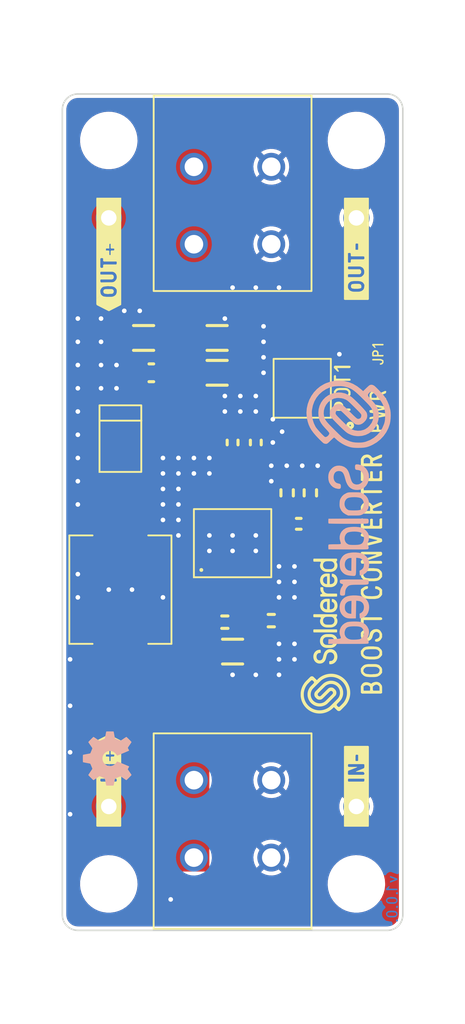
<source format=kicad_pcb>
(kicad_pcb (version 20210623) (generator pcbnew)
  (layers (0 "F.Cu" mixed) (31 "B.Cu" signal) (34 "B.Paste" user) (35 "F.Paste" user) (36 "B.SilkS" user "B.Silkscreen") (37 "F.SilkS" user "F.Silkscreen") (38 "B.Mask" user) (39 "F.Mask" user) (44 "Edge.Cuts" user))
  (net 0 "")
  (net 1 "VIN")
  (net 2 "GND")
  (net 3 "Net-(C3-Pad2)")
  (net 4 "Net-(C4-Pad2)")
  (net 5 "Net-(C5-Pad2)")
  (net 6 "VCC")
  (net 7 "Net-(D1-Pad1)")
  (net 8 "Net-(R1-Pad1)")
  (net 10 "Net-(R3-Pad2)")
  (net 12 "Net-(D2-Pad1)")
  (net 13 "Net-(JP1-Pad2)")
  (footprint "buzzardLabel" (layer "F.Cu") (at 108.1 96 90)
    (fp_text reference "" (at 0 0 90) (layer "F.SilkS") (effects (font (size 1.27 1.27))))
    (fp_text value "" (at 0 0 90) (layer "F.SilkS") (effects (font (size 1.27 1.27))))
  )
  (footprint "e-radionica.com footprinti:0805C" (layer "F.Cu") (at 95.75 95)
    (fp_text reference "C6")
    (fp_text value "CL21B105KBFNFNE")
    (pad "1" smd rect locked (at -0.975 0 90) (size 1.35 0.9) (layers "F.Cu" "F.Paste" "F.Mask") (net 2 "GND"))
    (pad "2" smd rect locked (at 0.975 0 90) (size 1.35 0.9) (layers "F.Cu" "F.Paste" "F.Mask") (net 6 "VCC"))
  )
  (footprint "e-radionica.com footprinti:0603R" (layer "F.Cu") (at 105.275 104.75)
    (fp_text reference "R2")
    (fp_text value "2K4")
    (pad "1" smd rect locked (at -0.775 0 90) (size 1 0.64) (layers "F.Cu" "F.Paste" "F.Mask") (net 4 "Net-(C4-Pad2)"))
    (pad "2" smd rect locked (at 0.775 0 90) (size 1 0.64) (layers "F.Cu" "F.Paste" "F.Mask") (net 5 "Net-(C5-Pad2)"))
  )
  (footprint "e-radionica.com footprinti:HOLE_3.2mm" (layer "F.Cu") (at 93 128)
    (fp_text reference "H1" hide)
    (fp_text value "HOLE_3.2mm" hide)
    (pad "" np_thru_hole circle locked (at 0 0) (size 3.2 3.2) (drill 3.2) (layers F&B.Cu *.Mask))
  )
  (footprint "e-radionica.com footprinti:1206C" (layer "F.Cu") (at 100 92.75 180)
    (fp_text reference "C9")
    (fp_text value "GRT31CR61H106KE01L")
    (pad "1" smd rect locked (at -1.525 0 270) (size 1.75 1) (layers "F.Cu" "F.Paste" "F.Mask") (net 2 "GND"))
    (pad "2" smd rect locked (at 1.525 0 270) (size 1.75 1) (layers "F.Cu" "F.Paste" "F.Mask") (net 6 "VCC"))
  )
  (footprint "e-radionica.com footprinti:HEADER_MALE_1X1" (layer "F.Cu") (at 109 123)
    (fp_text reference "K4")
    (fp_text value "HEADER_MALE_1X1")
    (pad "1" thru_hole circle locked (at 0 0) (size 1.7 1.7) (drill 1) (layers *.Cu *.Mask) (net 2 "GND"))
  )
  (footprint "e-radionica.com footprinti:FIDUCIAL_1MM_PASTE" (layer "F.Cu") (at 100.75 128.75)
    (fp_text reference "FD1")
    (fp_text value "Fiducial_Stencil")
    (pad "1" smd circle locked (at 0 0) (size 1 1) (property pad_prop_fiducial_glob) (layers "F.Cu" "F.Paste" "F.Mask"))
  )
  (footprint "e-radionica.com footprinti:TPS55340" (layer "F.Cu") (at 101 106 90)
    (fp_text reference "U1")
    (fp_text value "TPS55340PWP")
    (pad "1" smd rect (at -2.8 -1.95 180) (size 0.25 1.55) (layers "F.Cu" "F.Paste" "F.Mask") (net 7 "Net-(D1-Pad1)"))
    (pad "2" smd rect (at -2.8 -1.3 180) (size 0.25 1.55) (layers "F.Cu" "F.Paste" "F.Mask") (net 7 "Net-(D1-Pad1)"))
    (pad "3" smd rect (at -2.8 -0.65 180) (size 0.25 1.55) (layers "F.Cu" "F.Paste" "F.Mask") (net 1 "VIN"))
    (pad "4" smd rect (at -2.8 0 180) (size 0.25 1.55) (layers "F.Cu" "F.Paste" "F.Mask") (net 1 "VIN"))
    (pad "5" smd rect (at -2.8 0.65 180) (size 0.25 1.55) (layers "F.Cu" "F.Paste" "F.Mask") (net 3 "Net-(C3-Pad2)"))
    (pad "6" smd rect (at -2.8 1.3 180) (size 0.25 1.55) (layers "F.Cu" "F.Paste" "F.Mask") (net 2 "GND"))
    (pad "7" smd rect (at -2.8 1.95 180) (size 0.25 1.55) (layers "F.Cu" "F.Paste" "F.Mask") (net 2 "GND"))
    (pad "8" smd rect (at 2.8 1.95) (size 0.25 1.55) (layers "F.Cu" "F.Paste" "F.Mask") (net 4 "Net-(C4-Pad2)"))
    (pad "9" smd rect (at 2.8 1.3) (size 0.25 1.55) (layers "F.Cu" "F.Paste" "F.Mask") (net 10 "Net-(R3-Pad2)"))
    (pad "10" smd rect (at 2.8 0.65) (size 0.25 1.55) (layers "F.Cu" "F.Paste" "F.Mask") (net 8 "Net-(R1-Pad1)"))
    (pad "11" smd rect (at 2.8 0) (size 0.25 1.55) (layers "F.Cu" "F.Paste" "F.Mask"))
    (pad "12" smd rect (at 2.8 -0.65) (size 0.25 1.55) (layers "F.Cu" "F.Paste" "F.Mask") (net 2 "GND"))
    (pad "13" smd rect (at 2.8 -1.3) (size 0.25 1.55) (layers "F.Cu" "F.Paste" "F.Mask") (net 2 "GND"))
    (pad "14" smd rect (at 2.8 -1.95) (size 0.25 1.55) (layers "F.Cu" "F.Paste" "F.Mask") (net 2 "GND"))
    (pad "15" smd rect (at 0 0 90) (size 2.6 5) (layers "F.Cu") (net 2 "GND"))
  )
  (footprint "buzzardLabel" (layer "F.Cu") (at 110.4 97.5 90)
    (fp_text reference "" (at 0 0 90) (layer "F.SilkS") (effects (font (size 1.27 1.27))))
    (fp_text value "" (at 0 0 90) (layer "F.SilkS") (effects (font (size 1.27 1.27))))
  )
  (footprint "e-radionica.com footprinti:HOLE_3.2mm" (layer "F.Cu") (at 93 80)
    (fp_text reference "H3" hide)
    (fp_text value "HOLE_3.2mm" hide)
    (pad "" np_thru_hole circle locked (at 0 0) (size 3.2 3.2) (drill 3.2) (layers F&B.Cu *.Mask))
  )
  (footprint "e-radionica.com footprinti:Inductor_SMD_7x6.6" (layer "F.Cu") (at 93.75 109 90)
    (fp_text reference "L1")
    (fp_text value "PSPMAA0603-6R8M-ANF")
    (pad "1" smd rect locked (at -3.05 0 180) (size 3.5 2.35) (layers "F.Cu" "F.Paste" "F.Mask") (net 1 "VIN"))
    (pad "2" smd rect locked (at 3.05 0) (size 3.5 2.35) (layers "F.Cu" "F.Paste" "F.Mask") (net 7 "Net-(D1-Pad1)"))
  )
  (footprint "e-radionica.com footprinti:TERMINAL_KF235-5.0-2P" (layer "F.Cu") (at 101 84.2 180)
    (fp_text reference "K2")
    (fp_text value "TERMINAL_KF235-5.0-2P")
    (pad "1" thru_hole circle locked (at 2.5 2.5 180) (size 1.8 1.8) (drill 1.2) (layers *.Cu *.Mask) (net 6 "VCC"))
    (pad "1" thru_hole circle locked (at 2.5 -2.5 180) (size 1.8 1.8) (drill 1.2) (layers *.Cu *.Mask) (net 6 "VCC"))
    (pad "2" thru_hole circle locked (at -2.5 2.5 180) (size 1.8 1.8) (drill 1.2) (layers *.Cu *.Mask) (net 2 "GND"))
    (pad "2" thru_hole circle locked (at -2.5 -2.5 180) (size 1.8 1.8) (drill 1.2) (layers *.Cu *.Mask) (net 2 "GND"))
  )
  (footprint "Soldered Graphics:Logo-Back-OSH-3.5mm" (layer "F.Cu") (at 92.9 119.9 90)
    (fp_text reference "G***" hide)
    (fp_text value "LOGO" hide)
  )
  (footprint "e-radionica.com footprinti:M4_DIODA" (layer "F.Cu") (at 93.75 99.25 90)
    (fp_text reference "D1")
    (fp_text value "B540C-13-F")
    (pad "1" smd rect locked (at -1.69 0 90) (size 1.27 1.47) (layers "F.Cu" "F.Paste" "F.Mask") (net 7 "Net-(D1-Pad1)"))
    (pad "2" smd rect locked (at 1.69 0 90) (size 1.27 1.47) (layers "F.Cu" "F.Paste" "F.Mask") (net 6 "VCC"))
  )
  (footprint "e-radionica.com footprinti:0603R" (layer "F.Cu") (at 102.5 99.5 -90)
    (fp_text reference "R4")
    (fp_text value "10k")
    (pad "1" smd rect locked (at -0.775 0) (size 1 0.64) (layers "F.Cu" "F.Paste" "F.Mask") (net 2 "GND"))
    (pad "2" smd rect locked (at 0.775 0) (size 1 0.64) (layers "F.Cu" "F.Paste" "F.Mask") (net 10 "Net-(R3-Pad2)"))
  )
  (footprint "e-radionica.com footprinti:HEADER_MALE_1X1" (layer "F.Cu") (at 93 85)
    (fp_text reference "K5")
    (fp_text value "HEADER_MALE_1X1")
    (pad "1" thru_hole circle locked (at 0 0) (size 1.7 1.7) (drill 1) (layers *.Cu *.Mask) (net 6 "VCC"))
  )
  (footprint "e-radionica.com footprinti:1206C" (layer "F.Cu") (at 95.25 92.75)
    (fp_text reference "C8")
    (fp_text value "GRT31CR61H106KE01L")
    (pad "1" smd rect locked (at -1.525 0 90) (size 1.75 1) (layers "F.Cu" "F.Paste" "F.Mask") (net 2 "GND"))
    (pad "2" smd rect locked (at 1.525 0 90) (size 1.75 1) (layers "F.Cu" "F.Paste" "F.Mask") (net 6 "VCC"))
  )
  (footprint "buzzardLabel" (layer "F.Cu") (at 93 124.7 90)
    (fp_text reference "" (at 0 0 90) (layer "F.SilkS") (effects (font (size 1.27 1.27))))
    (fp_text value "" (at 0 0 90) (layer "F.SilkS") (effects (font (size 1.27 1.27))))
  )
  (footprint "e-radionica.com footprinti:0603C" (layer "F.Cu") (at 106.025 102.75 -90)
    (fp_text reference "C5")
    (fp_text value "100pF")
    (pad "1" smd rect locked (at -0.73 0 270) (size 0.66 1) (layers "F.Cu" "F.Paste" "F.Mask") (net 2 "GND"))
    (pad "2" smd rect locked (at 0.73 0 270) (size 0.66 1) (layers "F.Cu" "F.Paste" "F.Mask") (net 5 "Net-(C5-Pad2)"))
  )
  (footprint "e-radionica.com footprinti:1206C" (layer "F.Cu") (at 101 113 180)
    (fp_text reference "C1")
    (fp_text value "GRT31CR61H106KE01L")
    (pad "1" smd rect locked (at -1.525 0 270) (size 1.75 1) (layers "F.Cu" "F.Paste" "F.Mask") (net 2 "GND"))
    (pad "2" smd rect locked (at 1.525 0 270) (size 1.75 1) (layers "F.Cu" "F.Paste" "F.Mask") (net 1 "VIN"))
  )
  (footprint "buzzardLabel" (layer "F.Cu") (at 110.4 93.8 90)
    (fp_text reference "" (at 0 0 90) (layer "F.SilkS") (effects (font (size 1.27 1.27))))
    (fp_text value "" (at 0 0 90) (layer "F.SilkS") (effects (font (size 1.27 1.27))))
  )
  (footprint "e-radionica.com footprinti:SMD-JUMPER-CONNECTED_TRACE_NOSLODERMASK" (layer "F.Cu") (at 109.2 93.8 -90)
    (fp_text reference "JP1")
    (fp_text value "SMD-JUMPER-CONNECTED_TRACE_NOSLODERMASK")
    (fp_poly (pts (xy 0.1 0.1) (xy -0.1 0.1) (xy -0.1 -0.1) (xy 0.1 -0.1)) (layer "F.Cu") (width 0.1) (fill solid))
    (pad "1" smd rect locked (at -0.35 0 270) (size 0.5 1) (layers "F.Cu") (net 6 "VCC"))
    (pad "2" smd rect locked (at 0.35 0 270) (size 0.5 1) (layers "F.Cu") (net 13 "Net-(JP1-Pad2)"))
  )
  (footprint "buzzardLabel" (layer "F.Cu") (at 110 108 90)
    (fp_text reference "" (at 0 0 90) (layer "F.SilkS") (effects (font (size 1.27 1.27))))
    (fp_text value "" (at 0 0 90) (layer "F.SilkS") (effects (font (size 1.27 1.27))))
  )
  (footprint "e-radionica.com footprinti:TERMINAL_KF235-5.0-2P" (layer "F.Cu") (at 101 123.8)
    (fp_text reference "K1")
    (fp_text value "TERMINAL_KF235-5.0-2P")
    (pad "1" thru_hole circle locked (at 2.5 2.5) (size 1.8 1.8) (drill 1.2) (layers *.Cu *.Mask) (net 2 "GND"))
    (pad "1" thru_hole circle locked (at 2.5 -2.5) (size 1.8 1.8) (drill 1.2) (layers *.Cu *.Mask) (net 2 "GND"))
    (pad "2" thru_hole circle locked (at -2.5 -2.5) (size 1.8 1.8) (drill 1.2) (layers *.Cu *.Mask) (net 1 "VIN"))
    (pad "2" thru_hole circle locked (at -2.5 2.5) (size 1.8 1.8) (drill 1.2) (layers *.Cu *.Mask) (net 1 "VIN"))
  )
  (footprint "e-radionica.com footprinti:tc33x-2-103e" (layer "F.Cu") (at 105.5 96 180)
    (fp_text reference "R3")
    (fp_text value "TC33X-2-204E")
    (pad "1" smd rect locked (at -1 1.8 180) (size 1.2 1.2) (layers "F.Cu" "F.Paste" "F.Mask") (net 6 "VCC"))
    (pad "2" smd rect locked (at 0 -1.45 180) (size 1.6 1.5) (layers "F.Cu" "F.Paste" "F.Mask") (net 10 "Net-(R3-Pad2)"))
    (pad "3" smd rect locked (at 1 1.8 180) (size 1.2 1.2) (layers "F.Cu" "F.Paste" "F.Mask"))
  )
  (footprint "e-radionica.com footprinti:HOLE_3.2mm" (layer "F.Cu") (at 109 128)
    (fp_text reference "H4" hide)
    (fp_text value "HOLE_3.2mm" hide)
    (pad "" np_thru_hole circle locked (at 0 0) (size 3.2 3.2) (drill 3.2) (layers F&B.Cu *.Mask))
  )
  (footprint "buzzardLabel" (layer "F.Cu") (at 109 124.7 90)
    (fp_text reference "" (at 0 0 90) (layer "F.SilkS") (effects (font (size 1.27 1.27))))
    (fp_text value "" (at 0 0 90) (layer "F.SilkS") (effects (font (size 1.27 1.27))))
  )
  (footprint "e-radionica.com footprinti:0603R" (layer "F.Cu") (at 101 99.5 90)
    (fp_text reference "R1")
    (fp_text value "78k7")
    (pad "1" smd rect locked (at -0.775 0 180) (size 1 0.64) (layers "F.Cu" "F.Paste" "F.Mask") (net 8 "Net-(R1-Pad1)"))
    (pad "2" smd rect locked (at 0.775 0 180) (size 1 0.64) (layers "F.Cu" "F.Paste" "F.Mask") (net 2 "GND"))
  )
  (footprint "e-radionica.com footprinti:1206C" (layer "F.Cu") (at 100 95 180)
    (fp_text reference "C7")
    (fp_text value "GRT31CR61H106KE01L")
    (pad "1" smd rect locked (at -1.525 0 270) (size 1.75 1) (layers "F.Cu" "F.Paste" "F.Mask") (net 2 "GND"))
    (pad "2" smd rect locked (at 1.525 0 270) (size 1.75 1) (layers "F.Cu" "F.Paste" "F.Mask") (net 6 "VCC"))
  )
  (footprint "e-radionica.com footprinti:0402LED" (layer "F.Cu") (at 109.2 97.5 -90)
    (fp_text reference "D2")
    (fp_text value "purple")
    (pad "1" smd rect locked (at -0.55 0) (size 0.75 0.45) (layers "F.Cu" "F.Paste" "F.Mask") (net 12 "Net-(D2-Pad1)"))
    (pad "2" smd rect locked (at 0.55 0) (size 0.75 0.45) (layers "F.Cu" "F.Paste" "F.Mask") (net 2 "GND"))
  )
  (footprint "e-radionica.com footprinti:0603C" (layer "F.Cu") (at 104.525 102.75 -90)
    (fp_text reference "C4")
    (fp_text value "100nF")
    (pad "1" smd rect locked (at -0.73 0 270) (size 0.66 1) (layers "F.Cu" "F.Paste" "F.Mask") (net 2 "GND"))
    (pad "2" smd rect locked (at 0.73 0 270) (size 0.66 1) (layers "F.Cu" "F.Paste" "F.Mask") (net 4 "Net-(C4-Pad2)"))
  )
  (footprint "e-radionica.com footprinti:HOLE_3.2mm" (layer "F.Cu") (at 109 80)
    (fp_text reference "H2" hide)
    (fp_text value "HOLE_3.2mm" hide)
    (pad "" np_thru_hole circle locked (at 0 0) (size 3.2 3.2) (drill 3.2) (layers F&B.Cu *.Mask))
  )
  (footprint "e-radionica.com footprinti:HEADER_MALE_1X1" (layer "F.Cu") (at 109 85)
    (fp_text reference "K6")
    (fp_text value "HEADER_MALE_1X1")
    (pad "1" thru_hole circle locked (at 0 0) (size 1.7 1.7) (drill 1) (layers *.Cu *.Mask) (net 2 "GND"))
  )
  (footprint "e-radionica.com footprinti:HEADER_MALE_1X1" (layer "F.Cu") (at 93 123)
    (fp_text reference "K3")
    (fp_text value "HEADER_MALE_1X1")
    (pad "1" thru_hole circle locked (at 0 0) (size 1.7 1.7) (drill 1) (layers *.Cu *.Mask) (net 1 "VIN"))
  )
  (footprint "Soldered Graphics:Logo-Back-SolderedFULL-17mm" (layer "F.Cu") (at 108.5 104 90)
    (fp_text reference "REF**" hide)
    (fp_text value "Logo-Front-SolderedFULL-17mm" hide)
  )
  (footprint "Soldered Graphics:Logo-Front-SolderedFULL-10mm" (layer "F.Cu") (at 107 112 90)
    (fp_text reference "G***" hide)
    (fp_text value "LOGO" hide)
  )
  (footprint "e-radionica.com footprinti:0402R" (layer "F.Cu") (at 109.2 95.5 -90)
    (fp_text reference "R5")
    (fp_text value "1k")
    (pad "1" smd rect locked (at -0.5 0) (size 0.64 0.54) (layers "F.Cu" "F.Paste" "F.Mask") (net 13 "Net-(JP1-Pad2)"))
    (pad "2" smd rect locked (at 0.5 0) (size 0.64 0.54) (layers "F.Cu" "F.Paste" "F.Mask") (net 12 "Net-(D2-Pad1)"))
  )
  (footprint "buzzardLabel" (layer "F.Cu") (at 93 83.3 90)
    (fp_text reference "" (at 0 0 90) (layer "F.SilkS") (effects (font (size 1.27 1.27))))
    (fp_text value "" (at 0 0 90) (layer "F.SilkS") (effects (font (size 1.27 1.27))))
  )
  (footprint "e-radionica.com footprinti:0603C" (layer "F.Cu") (at 103.5 111 180)
    (fp_text reference "C3")
    (fp_text value "47nF")
    (pad "1" smd rect locked (at -0.73 0 180) (size 0.66 1) (layers "F.Cu" "F.Paste" "F.Mask") (net 2 "GND"))
    (pad "2" smd rect locked (at 0.73 0 180) (size 0.66 1) (layers "F.Cu" "F.Paste" "F.Mask") (net 3 "Net-(C3-Pad2)"))
  )
  (footprint "e-radionica.com footprinti:0603C" (layer "F.Cu") (at 100.5 111.1 180)
    (fp_text reference "C2")
    (fp_text value "CGA3E2X7R1H104K080AA")
    (pad "1" smd rect locked (at -0.73 0 180) (size 0.66 1) (layers "F.Cu" "F.Paste" "F.Mask") (net 2 "GND"))
    (pad "2" smd rect locked (at 0.73 0 180) (size 0.66 1) (layers "F.Cu" "F.Paste" "F.Mask") (net 1 "VIN"))
  )
  (footprint "buzzardLabel" (layer "F.Cu") (at 109 83.3 90)
    (fp_text reference "" (at 0 0 90) (layer "F.SilkS") (effects (font (size 1.27 1.27))))
    (fp_text value "" (at 0 0 90) (layer "F.SilkS") (effects (font (size 1.27 1.27))))
  )
  (footprint "Soldered Graphics:Version1.0.0." (layer "B.Cu") (at 111.3 129 -90)
    (fp_text reference "" (at 0 0 90) (layer "B.SilkS") (effects (font (size 1.27 1.27)) (justify mirror)))
    (fp_text value "" (at 0 0 90) (layer "B.SilkS") (effects (font (size 1.27 1.27)) (justify mirror)))
    (fp_poly (pts (xy 1.31 -0.38) (xy 1.36 -0.38) (xy 1.41 -0.37) (xy 1.42 -0.33) (xy 1.42 -0.27) (xy 1.38 -0.26) (xy 1.33 -0.26) (xy 1.3 -0.29) (xy 1.3 -0.34) (xy 1.31 -0.38)) (layer "B.Cu") (width 0.01) (fill solid))
    (fp_poly (pts (xy 0.93 -0.35) (xy 0.99 -0.35) (xy 1.04 -0.33) (xy 1.01 -0.28) (xy 0.91 -0.28) (xy 0.87 -0.25) (xy 0.85 -0.2) (xy 0.83 -0.15) (xy 0.83 -0.11) (xy 0.82 0.01) (xy 0.83 0.13) (xy 0.83 0.17) (xy 0.84 0.22) (xy 0.87 0.27) (xy 0.9 0.3) (xy 1.01 0.3) (xy 1.04 0.26) (xy 1.05 0.21) (xy 1.06 0.15) (xy 1.07 0.05) (xy 1.07 -0.08) (xy 1.06 -0.12) (xy 1.06 -0.17) (xy 1.04 -0.22) (xy 1.02 -0.27) (xy 1.01 -0.28) (xy 1.05 -0.32) (xy 1.09 -0.29) (xy 1.12 -0.26) (xy 1.14 -0.22) (xy 1.15 -0.16) (xy 1.16 -0.11) (xy 1.16 -0.06) (xy 1.16 0.06) (xy 1.16 0.12) (xy 1.15 0.17) (xy 1.14 0.22) (xy 1.13 0.27) (xy 1.1 0.3) (xy 1.06 0.34) (xy 1.01 0.37) (xy 0.95 0.38) (xy 0.9 0.38) (xy 0.84 0.35) (xy 0.8 0.31) (xy 0.78 0.28) (xy 0.75 0.23) (xy 0.74 0.18) (xy 0.74 0.13) (xy 0.73 0.08) (xy 0.73 -0.04) (xy 0.73 -0.1) (xy 0.74 -0.14) (xy 0.75 -0.2) (xy 0.77 -0.25) (xy 0.79 -0.28) (xy 0.83 -0.32) (xy 0.89 -0.35) (xy 0.93 -0.35)) (layer "B.Cu") (width 0.01) (fill solid))
    (fp_poly (pts (xy -0.44 -0.38) (xy -0.39 -0.38) (xy -0.34 -0.37) (xy -0.34 -0.33) (xy -0.34 -0.27) (xy -0.38 -0.26) (xy -0.43 -0.26) (xy -0.46 -0.29) (xy -0.46 -0.34) (xy -0.44 -0.38)) (layer "B.Cu") (width 0.01) (fill solid))
    (fp_poly (pts (xy 0.43 -0.38) (xy 0.48 -0.38) (xy 0.54 -0.37) (xy 0.54 -0.33) (xy 0.54 -0.27) (xy 0.5 -0.26) (xy 0.45 -0.26) (xy 0.42 -0.29) (xy 0.42 -0.34) (xy 0.43 -0.38)) (layer "B.Cu") (width 0.01) (fill solid))
    (fp_poly (pts (xy -1.33 -0.35) (xy -1.27 -0.35) (xy -1.25 -0.31) (xy -1.09 0.1) (xy -1.11 0.13) (xy -1.16 0.13) (xy -1.19 0.1) (xy -1.28 -0.16) (xy -1.3 -0.21) (xy -1.32 -0.17) (xy -1.41 0.09) (xy -1.44 0.13) (xy -1.49 0.13) (xy -1.51 0.1) (xy -1.36 -0.31) (xy -1.33 -0.35)) (layer "B.Cu") (width 0.01) (fill solid))
    (fp_poly (pts (xy -0.67 -0.35) (xy -0.62 -0.35) (xy -0.6 -0.31) (xy -0.6 0.35) (xy -0.64 0.38) (xy -0.69 0.38) (xy -0.73 0.34) (xy -0.84 0.22) (xy -0.86 0.17) (xy -0.83 0.16) (xy -0.73 0.22) (xy -0.69 0.23) (xy -0.69 -0.31) (xy -0.67 -0.35)) (layer "B.Cu") (width 0.01) (fill solid))
    (fp_poly (pts (xy 0.06 -0.35) (xy 0.11 -0.35) (xy 0.17 -0.33) (xy 0.13 -0.28) (xy 0.03 -0.28) (xy -0.01 -0.25) (xy -0.03 -0.2) (xy -0.05 -0.15) (xy -0.05 -0.11) (xy -0.05 0.01) (xy -0.05 0.13) (xy -0.05 0.17) (xy -0.03 0.22) (xy -0.01 0.27) (xy 0.02 0.3) (xy 0.13 0.3) (xy 0.16 0.26) (xy 0.18 0.21) (xy 0.18 0.15) (xy 0.19 0.05) (xy 0.19 -0.08) (xy 0.19 -0.12) (xy 0.18 -0.17) (xy 0.16 -0.22) (xy 0.14 -0.27) (xy 0.14 -0.28) (xy 0.17 -0.32) (xy 0.21 -0.29) (xy 0.24 -0.26) (xy 0.26 -0.22) (xy 0.27 -0.16) (xy 0.28 -0.11) (xy 0.28 -0.06) (xy 0.28 0.06) (xy 0.28 0.12) (xy 0.27 0.17) (xy 0.26 0.22) (xy 0.25 0.27) (xy 0.22 0.3) (xy 0.19 0.34) (xy 0.13 0.37) (xy 0.08 0.38) (xy 0.02 0.38) (xy -0.03 0.35) (xy -0.08 0.31) (xy -0.1 0.28) (xy -0.12 0.23) (xy -0.14 0.18) (xy -0.14 0.13) (xy -0.15 0.08) (xy -0.15 -0.04) (xy -0.14 -0.1) (xy -0.14 -0.14) (xy -0.13 -0.2) (xy -0.11 -0.25) (xy -0.08 -0.28) (xy -0.05 -0.32) (xy 0.01 -0.35) (xy 0.06 -0.35)) (layer "B.Cu") (width 0.01) (fill solid))
  )
  (gr_arc (start 111 130) (end 111 131) (angle -90) (layer "Edge.Cuts") (width 0.1))
  (gr_line (start 112 78) (end 112 130) (layer "Edge.Cuts") (width 0.1))
  (gr_line (start 90 130) (end 90 78) (layer "Edge.Cuts") (width 0.1))
  (gr_arc (start 111 78) (end 111 77) (angle 90) (layer "Edge.Cuts") (width 0.1))
  (gr_arc (start 91 130) (end 91 131) (angle 90) (layer "Edge.Cuts") (width 0.1))
  (gr_line (start 91 77) (end 111 77) (layer "Edge.Cuts") (width 0.1))
  (gr_line (start 111 131) (end 91 131) (layer "Edge.Cuts") (width 0.1))
  (gr_arc (start 91 78) (end 91 77) (angle -90) (layer "Edge.Cuts") (width 0.1))
  (via (at 104 112.5) (size 0.5) (drill 0.3) (layers "F.Cu" "B.Cu") (net 2))
  (via (at 91 103.5) (size 0.5) (drill 0.3) (layers "F.Cu" "B.Cu") (net 2))
  (via (at 91 108) (size 0.5) (drill 0.3) (layers "F.Cu" "B.Cu") (net 2))
  (via (at 104 109.5) (size 0.5) (drill 0.3) (layers "F.Cu" "B.Cu") (net 2))
  (via (at 91 109.5) (size 0.5) (drill 0.3) (layers "F.Cu" "B.Cu") (net 2))
  (via (at 96.5 100.5) (size 0.5) (drill 0.3) (layers "F.Cu" "B.Cu") (net 2))
  (via (at 99.5 106.5) (size 0.5) (drill 0.3) (layers "F.Cu" "B.Cu") (net 2))
  (via (at 103.6 98) (size 0.5) (drill 0.3) (layers "F.Cu" "B.Cu") (net 2))
  (via (at 91 91.5) (size 0.5) (drill 0.3) (layers "F.Cu" "B.Cu") (net 2))
  (via (at 105 107.5) (size 0.5) (drill 0.3) (layers "F.Cu" "B.Cu") (net 2))
  (via (at 96.5 104.5) (size 0.5) (drill 0.3) (layers "F.Cu" "B.Cu") (net 2))
  (via (at 102.5 96.5) (size 0.5) (drill 0.3) (layers "F.Cu" "B.Cu") (net 2))
  (via (at 97.5 104.5) (size 0.5) (drill 0.3) (layers "F.Cu" "B.Cu") (net 2))
  (via (at 105 112.5) (size 0.5) (drill 0.3) (layers "F.Cu" "B.Cu") (net 2))
  (via (at 102.5 114.5) (size 0.5) (drill 0.3) (layers "F.Cu" "B.Cu") (net 2))
  (via (at 91 96) (size 0.5) (drill 0.3) (layers "F.Cu" "B.Cu") (net 2))
  (via (at 97.5 101.5) (size 0.5) (drill 0.3) (layers "F.Cu" "B.Cu") (net 2))
  (via (at 104 89.5) (size 0.5) (drill 0.3) (layers "F.Cu" "B.Cu") (net 2))
  (via (at 96.5 102.5) (size 0.5) (drill 0.3) (layers "F.Cu" "B.Cu") (net 2))
  (via (at 100.5 91.5) (size 0.5) (drill 0.3) (layers "F.Cu" "B.Cu") (net 2))
  (via (at 102.5 89.5) (size 0.5) (drill 0.3) (layers "F.Cu" "B.Cu") (net 2))
  (via (at 92.5 91.5) (size 0.5) (drill 0.3) (layers "F.Cu" "B.Cu") (net 2))
  (via (at 100.5 96.5) (size 0.5) (drill 0.3) (layers "F.Cu" "B.Cu") (net 2))
  (via (at 101 114.5) (size 0.5) (drill 0.3) (layers "F.Cu" "B.Cu") (net 2))
  (via (at 96.5 103.5) (size 0.5) (drill 0.3) (layers "F.Cu" "B.Cu") (net 2))
  (via (at 93.5 96) (size 0.5) (drill 0.3) (layers "F.Cu" "B.Cu") (net 2))
  (via (at 104 114.5) (size 0.5) (drill 0.3) (layers "F.Cu" "B.Cu") (net 2))
  (via (at 91 94.5) (size 0.5) (drill 0.3) (layers "F.Cu" "B.Cu") (net 2))
  (via (at 97.5 103.5) (size 0.5) (drill 0.3) (layers "F.Cu" "B.Cu") (net 2))
  (via (at 103.5 101) (size 0.5) (drill 0.3) (layers "F.Cu" "B.Cu") (net 2))
  (via (at 92.5 96) (size 0.5) (drill 0.3) (layers "F.Cu" "B.Cu") (net 2))
  (via (at 91 97.5) (size 0.5) (drill 0.3) (layers "F.Cu" "B.Cu") (net 2))
  (via (at 103 92) (size 0.5) (drill 0.3) (layers "F.Cu" "B.Cu") (net 2))
  (via (at 105.5 101) (size 0.5) (drill 0.3) (layers "F.Cu" "B.Cu") (net 2))
  (via (at 99.5 105.5) (size 0.5) (drill 0.3) (layers "F.Cu" "B.Cu") (net 2))
  (via (at 91 99) (size 0.5) (drill 0.3) (layers "F.Cu" "B.Cu") (net 2))
  (via (at 105 109.5) (size 0.5) (drill 0.3) (layers "F.Cu" "B.Cu") (net 2))
  (via (at 92.5 94.5) (size 0.5) (drill 0.3) (layers "F.Cu" "B.Cu") (net 2))
  (via (at 104.5 101) (size 0.5) (drill 0.3) (layers "F.Cu" "B.Cu") (net 2))
  (via (at 93.5 94.5) (size 0.5) (drill 0.3) (layers "F.Cu" "B.Cu") (net 2))
  (via (at 96.5 101.5) (size 0.5) (drill 0.3) (layers "F.Cu" "B.Cu") (net 2))
  (via (at 94 91) (size 0.5) (drill 0.3) (layers "F.Cu" "B.Cu") (net 2))
  (via (at 101.5 96.5) (size 0.5) (drill 0.3) (layers "F.Cu" "B.Cu") (net 2))
  (via (at 107.9 93.8) (size 0.5) (drill 0.3) (layers "F.Cu" "B.Cu") (net 2))
  (via (at 94.5 109) (size 0.5) (drill 0.3) (layers "F.Cu" "B.Cu") (net 2))
  (via (at 103 94) (size 0.5) (drill 0.3) (layers "F.Cu" "B.Cu") (net 2))
  (via (at 90.5 119.5) (size 0.5) (drill 0.3) (layers "F.Cu" "B.Cu") (net 2))
  (via (at 90.5 113.5) (size 0.5) (drill 0.3) (layers "F.Cu" "B.Cu") (net 2))
  (via (at 97.5 100.5) (size 0.5) (drill 0.3) (layers "F.Cu" "B.Cu") (net 2))
  (via (at 105 108.5) (size 0.5) (drill 0.3) (layers "F.Cu" "B.Cu") (net 2))
  (via (at 90.5 123.5) (size 0.5) (drill 0.3) (layers "F.Cu" "B.Cu") (net 2))
  (via (at 103.5 102) (size 0.5) (drill 0.3) (layers "F.Cu" "B.Cu") (net 2))
  (via (at 95 91) (size 0.5) (drill 0.3) (layers "F.Cu" "B.Cu") (net 2))
  (via (at 97.5 102.5) (size 0.5) (drill 0.3) (layers "F.Cu" "B.Cu") (net 2))
  (via (at 98.5 101.5) (size 0.5) (drill 0.3) (layers "F.Cu" "B.Cu") (net 2))
  (via (at 105 113.5) (size 0.5) (drill 0.3) (layers "F.Cu" "B.Cu") (net 2))
  (via (at 102.5 106.5) (size 0.5) (drill 0.3) (layers "F.Cu" "B.Cu") (net 2))
  (via (at 104 113.5) (size 0.5) (drill 0.3) (layers "F.Cu" "B.Cu") (net 2))
  (via (at 97 129) (size 0.5) (drill 0.3) (layers "F.Cu" "B.Cu") (net 2))
  (via (at 92.5 93) (size 0.5) (drill 0.3) (layers "F.Cu" "B.Cu") (net 2))
  (via (at 91 100.5) (size 0.5) (drill 0.3) (layers "F.Cu" "B.Cu") (net 2))
  (via (at 98.5 100.5) (size 0.5) (drill 0.3) (layers "F.Cu" "B.Cu") (net 2))
  (via (at 99.5 101.5) (size 0.5) (drill 0.3) (layers "F.Cu" "B.Cu") (net 2))
  (via (at 101 106.5) (size 0.5) (drill 0.3) (layers "F.Cu" "B.Cu") (net 2))
  (via (at 100.5 97.5) (size 0.5) (drill 0.3) (layers "F.Cu" "B.Cu") (net 2))
  (via (at 91 93) (size 0.5) (drill 0.3) (layers "F.Cu" "B.Cu") (net 2))
  (via (at 97.5 105.5) (size 0.5) (drill 0.3) (layers "F.Cu" "B.Cu") (net 2))
  (via (at 102.5 105.5) (size 0.5) (drill 0.3) (layers "F.Cu" "B.Cu") (net 2))
  (via (at 93 109) (size 0.5) (drill 0.3) (layers "F.Cu" "B.Cu") (net 2))
  (via (at 103 95) (size 0.5) (drill 0.3) (layers "F.Cu" "B.Cu") (net 2))
  (via (at 104.2 98.8) (size 0.5) (drill 0.3) (layers "F.Cu" "B.Cu") (net 2))
  (via (at 103.6 99.5) (size 0.5) (drill 0.3) (layers "F.Cu" "B.Cu") (net 2))
  (via (at 102.5 97.5) (size 0.5) (drill 0.3) (layers "F.Cu" "B.Cu") (net 2))
  (via (at 106.5 101) (size 0.5) (drill 0.3) (layers "F.Cu" "B.Cu") (net 2))
  (via (at 104 107.5) (size 0.5) (drill 0.3) (layers "F.Cu" "B.Cu") (net 2))
  (via (at 96.5 109.5) (size 0.5) (drill 0.3) (layers "F.Cu" "B.Cu") (net 2))
  (via (at 103 93) (size 0.5) (drill 0.3) (layers "F.Cu" "B.Cu") (net 2))
  (via (at 101 105.5) (size 0.5) (drill 0.3) (layers "F.Cu" "B.Cu") (net 2))
  (via (at 104 108.5) (size 0.5) (drill 0.3) (layers "F.Cu" "B.Cu") (net 2))
  (via (at 101.5 97.5) (size 0.5) (drill 0.3) (layers "F.Cu" "B.Cu") (net 2))
  (via (at 99.5 100.5) (size 0.5) (drill 0.3) (layers "F.Cu" "B.Cu") (net 2))
  (via (at 101 89.5) (size 0.5) (drill 0.3) (layers "F.Cu" "B.Cu") (net 2))
  (via (at 90.5 116.5) (size 0.5) (drill 0.3) (layers "F.Cu" "B.Cu") (net 2))
  (via (at 91 102) (size 0.5) (drill 0.3) (layers "F.Cu" "B.Cu") (net 2))
  (segment (start 101.65 108.8) (end 101.65 109.95) (width 0.3) (layer "F.Cu") (net 3))
  (segment (start 102.7 111) (end 102.77 111) (width 0.3) (layer "F.Cu") (net 3))
  (segment (start 101.65 109.95) (end 102.7 111) (width 0.3) (layer "F.Cu") (net 3))
  (segment (start 104.5 103.505) (end 104.525 103.48) (width 0.3) (layer "F.Cu") (net 4))
  (segment (start 103.23 103.48) (end 102.95 103.2) (width 0.3) (layer "F.Cu") (net 4))
  (segment (start 104.525 103.48) (end 103.23 103.48) (width 0.3) (layer "F.Cu") (net 4))
  (segment (start 104.5 104.75) (end 104.5 103.505) (width 0.3) (layer "F.Cu") (net 4))
  (segment (start 106.025 103.48) (end 106.025 104.725) (width 0.3) (layer "F.Cu") (net 5))
  (segment (start 106.025 104.725) (end 106.05 104.75) (width 0.3) (layer "F.Cu") (net 5))
  (segment (start 97.65 90.05) (end 97.65 91.35) (width 2.5) (layer "F.Cu") (net 6))
  (segment (start 96.8 85) (end 98.5 86.7) (width 2.5) (layer "F.Cu") (net 6))
  (segment (start 106.5 93.3) (end 106.5 94.2) (width 0.3) (layer "F.Cu") (net 6))
  (segment (start 99.9 90.75) (end 103.95 90.75) (width 0.3) (layer "F.Cu") (net 6))
  (segment (start 98.5 89.2) (end 97.65 90.05) (width 2.5) (layer "F.Cu") (net 6))
  (segment (start 108.7 92.6) (end 105.8 92.6) (width 0.3) (layer "F.Cu") (net 6))
  (segment (start 109.2 93.1) (end 108.7 92.6) (width 0.3) (layer "F.Cu") (net 6))
  (segment (start 93 85) (end 96.8 85) (width 2.5) (layer "F.Cu") (net 6))
  (segment (start 98.5 86.7) (end 98.5 89.2) (width 2.5) (layer "F.Cu") (net 6))
  (segment (start 105.8 92.6) (end 106.5 93.3) (width 0.3) (layer "F.Cu") (net 6))
  (segment (start 97.65 91.35) (end 97.65 92.75) (width 2.5) (layer "F.Cu") (net 6))
  (segment (start 103.95 90.75) (end 105.8 92.6) (width 0.3) (layer "F.Cu") (net 6))
  (segment (start 98.475 92.75) (end 98.475 92.175) (width 0.3) (layer "F.Cu") (net 6))
  (segment (start 109.2 93.45) (end 109.2 93.1) (width 0.3) (layer "F.Cu") (net 6))
  (segment (start 98.5 81.7) (end 98.5 86.7) (width 2.5) (layer "F.Cu") (net 6))
  (segment (start 98.475 92.175) (end 99.9 90.75) (width 0.3) (layer "F.Cu") (net 6))
  (segment (start 93.75 105.95) (end 93.75 100.94) (width 2.5) (layer "F.Cu") (net 7))
  (segment (start 101.65 102) (end 101 101.35) (width 0.3) (layer "F.Cu") (net 8))
  (segment (start 101 101.35) (end 101 100.275) (width 0.3) (layer "F.Cu") (net 8))
  (segment (start 101.65 103.2) (end 101.65 102) (width 0.3) (layer "F.Cu") (net 8))
  (segment (start 102.3 103.2) (end 102.3 101.55) (width 0.3) (layer "F.Cu") (net 10))
  (segment (start 104.225 100.275) (end 105.5 99) (width 0.3) (layer "F.Cu") (net 10))
  (segment (start 105.5 99) (end 105.5 97.45) (width 0.3) (layer "F.Cu") (net 10))
  (segment (start 102.5 100.275) (end 104.225 100.275) (width 0.3) (layer "F.Cu") (net 10))
  (segment (start 102.5 101.35) (end 102.5 100.275) (width 0.3) (layer "F.Cu") (net 10))
  (segment (start 102.3 101.55) (end 102.5 101.35) (width 0.3) (layer "F.Cu") (net 10))
  (segment (start 109.2 96) (end 109.2 96.95) (width 0.3) (layer "F.Cu") (net 12))
  (segment (start 109.2 94.15) (end 109.2 95) (width 0.3) (layer "F.Cu") (net 13))
  (zone (net 1) (net_name "VIN") (layer "F.Cu") (priority 4) (connect_pads yes (clearance 0.254)) (min_thickness 0.254) (fill yes (thermal_gap 0.254) (thermal_bridge_width 0.254))
    (polygon (pts (xy 100.5 109.6) (xy 100.85 109.6) (xy 100.85 108) (xy 101.15 108) (xy 101.15 109.8) (xy 100.2 110.75) (xy 100.2 111.6) (xy 99.15 111.6) (xy 99.15 110.8) (xy 100.2 109.75) (xy 100.2 108) (xy 100.5 108)))
  )
  (zone (net 2) (net_name "GND") (layers F&B.Cu) (connect_pads (clearance 0.254)) (min_thickness 0.2) (fill yes (thermal_gap 0.254) (thermal_bridge_width 0.4))
    (polygon (pts (xy 112 131) (xy 90 131) (xy 90 77) (xy 112 77)))
  )
  (zone (net 6) (net_name "VCC") (layer "F.Cu") (priority 4) (connect_pads yes (clearance 0.254)) (min_thickness 0.254) (fill yes (thermal_gap 0.254) (thermal_bridge_width 0.254))
    (polygon (pts (xy 99 91.9) (xy 99 96.5) (xy 97.3 98.3) (xy 93 98.3) (xy 93 96.9) (xy 93.3 96.6) (xy 95.9 96.6) (xy 96.3 96.2) (xy 96.3 92) (xy 96.3 91.8) (xy 98.9 91.8)))
  )
  (zone (net 7) (net_name "Net-(D1-Pad1)") (layer "F.Cu") (priority 3) (connect_pads yes (clearance 0.254)) (min_thickness 0.254) (fill yes (thermal_gap 0.254) (thermal_bridge_width 0.3))
    (polygon (pts (xy 98.9 108) (xy 99.9 108) (xy 99.9 109.6) (xy 98.4 109.6) (xy 95.5 107.2) (xy 92.1 107.2) (xy 91.9 107) (xy 91.9 104.9) (xy 92.1 104.7) (xy 95.5 104.7)))
  )
  (zone (net 1) (net_name "VIN") (layer "F.Cu") (priority 4) (connect_pads yes (clearance 0.508)) (min_thickness 0.254) (fill yes (thermal_gap 0.508) (thermal_bridge_width 0.508))
    (polygon (pts (xy 100.2 110.8) (xy 100.2 114.25) (xy 99.5 114.9) (xy 99.5 127) (xy 99.3 127.2) (xy 97.1 127.2) (xy 96.8 126.9) (xy 94.7 124.8) (xy 94.15634 124.296571) (xy 92.2 124.3) (xy 91.8 123.8) (xy 91.8 110.9) (xy 92 110.7) (xy 95.7 110.7) (xy 98.5 110.7) (xy 99 110.7) (xy 99.25 110.7) (xy 99.4 110.7) (xy 100.1 110.7)))
  )
)
</source>
